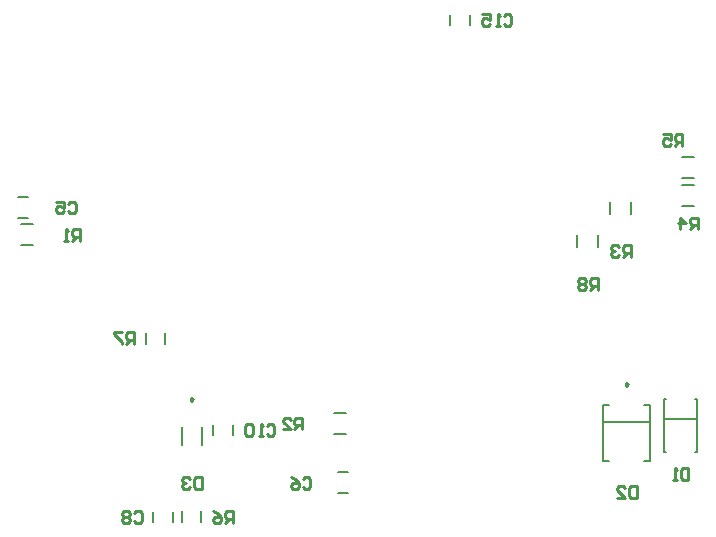
<source format=gbo>
G04*
G04 #@! TF.GenerationSoftware,Altium Limited,Altium Designer,21.3.2 (30)*
G04*
G04 Layer_Color=32896*
%FSLAX25Y25*%
%MOIN*%
G70*
G04*
G04 #@! TF.SameCoordinates,90E1903C-9E0C-4C1D-B8CF-915D6ECFEAAF*
G04*
G04*
G04 #@! TF.FilePolarity,Positive*
G04*
G01*
G75*
%ADD10C,0.00787*%
%ADD11C,0.00984*%
%ADD15C,0.01000*%
D10*
X222055Y130933D02*
Y135067D01*
X228945Y130933D02*
Y135067D01*
X211055Y119933D02*
Y124067D01*
X217945Y119933D02*
Y124067D01*
X168555Y193832D02*
Y197168D01*
X175445Y193832D02*
Y197168D01*
X245933Y133555D02*
X250067D01*
X245933Y140445D02*
X250067D01*
X245933Y143055D02*
X250067D01*
X245933Y149945D02*
X250067D01*
X129823Y57579D02*
X133957D01*
X129823Y64468D02*
X133957D01*
X131403Y37894D02*
X134739D01*
X131403Y44783D02*
X134739D01*
X76445Y28332D02*
Y31668D01*
X69555Y28332D02*
Y31668D01*
X96445Y57332D02*
Y60668D01*
X89555Y57332D02*
Y60668D01*
X73650Y87638D02*
Y91362D01*
X67350Y87638D02*
Y91362D01*
X79350Y28138D02*
Y31862D01*
X85650Y28138D02*
Y31862D01*
X85847Y53988D02*
Y60012D01*
X79154Y53988D02*
Y60012D01*
X25492Y120571D02*
X29626D01*
X25492Y127461D02*
X29626D01*
X24710Y136516D02*
X28046D01*
X24710Y129626D02*
X28046D01*
X220059Y61445D02*
X234941D01*
X219744Y67350D02*
X221575D01*
X233425D02*
X235256D01*
Y48650D02*
Y67350D01*
X219744Y48650D02*
X221575D01*
X233425D02*
X235256D01*
X219744D02*
Y67350D01*
X240382Y62468D02*
X250618D01*
X240008Y69358D02*
X240717D01*
X250284D02*
X250992D01*
Y51642D02*
Y69358D01*
X240008Y51642D02*
X240717D01*
X250284D02*
X250992D01*
X240008D02*
Y69358D01*
D11*
X82992Y69106D02*
X82254Y69533D01*
Y68680D01*
X82992Y69106D01*
X227992Y74142D02*
X227254Y74568D01*
Y73716D01*
X227992Y74142D01*
D15*
X228800Y116600D02*
Y120536D01*
X226832D01*
X226176Y119880D01*
Y118568D01*
X226832Y117912D01*
X228800D01*
X227488D02*
X226176Y116600D01*
X224864Y119880D02*
X224208Y120536D01*
X222896D01*
X222240Y119880D01*
Y119224D01*
X222896Y118568D01*
X223552D01*
X222896D01*
X222240Y117912D01*
Y117256D01*
X222896Y116600D01*
X224208D01*
X224864Y117256D01*
X217800Y105600D02*
Y109536D01*
X215832D01*
X215176Y108880D01*
Y107568D01*
X215832Y106912D01*
X217800D01*
X216488D02*
X215176Y105600D01*
X213864Y108880D02*
X213208Y109536D01*
X211896D01*
X211240Y108880D01*
Y108224D01*
X211896Y107568D01*
X211240Y106912D01*
Y106256D01*
X211896Y105600D01*
X213208D01*
X213864Y106256D01*
Y106912D01*
X213208Y107568D01*
X213864Y108224D01*
Y108880D01*
X213208Y107568D02*
X211896D01*
X186476Y196780D02*
X187132Y197436D01*
X188444D01*
X189100Y196780D01*
Y194156D01*
X188444Y193500D01*
X187132D01*
X186476Y194156D01*
X185164Y193500D02*
X183852D01*
X184508D01*
Y197436D01*
X185164Y196780D01*
X179261Y197436D02*
X181885D01*
Y195468D01*
X180573Y196124D01*
X179917D01*
X179261Y195468D01*
Y194156D01*
X179917Y193500D01*
X181228D01*
X181885Y194156D01*
X63300Y87500D02*
Y91436D01*
X61332D01*
X60676Y90780D01*
Y89468D01*
X61332Y88812D01*
X63300D01*
X61988D02*
X60676Y87500D01*
X59364Y91436D02*
X56740D01*
Y90780D01*
X59364Y88156D01*
Y87500D01*
X96300Y28000D02*
Y31936D01*
X94332D01*
X93676Y31280D01*
Y29968D01*
X94332Y29312D01*
X96300D01*
X94988D02*
X93676Y28000D01*
X89740Y31936D02*
X91052Y31280D01*
X92364Y29968D01*
Y28656D01*
X91708Y28000D01*
X90396D01*
X89740Y28656D01*
Y29312D01*
X90396Y29968D01*
X92364D01*
X246100Y153700D02*
Y157636D01*
X244132D01*
X243476Y156980D01*
Y155668D01*
X244132Y155012D01*
X246100D01*
X244788D02*
X243476Y153700D01*
X239540Y157636D02*
X242164D01*
Y155668D01*
X240852Y156324D01*
X240196D01*
X239540Y155668D01*
Y154356D01*
X240196Y153700D01*
X241508D01*
X242164Y154356D01*
X251300Y125800D02*
Y129736D01*
X249332D01*
X248676Y129080D01*
Y127768D01*
X249332Y127112D01*
X251300D01*
X249988D02*
X248676Y125800D01*
X245396D02*
Y129736D01*
X247364Y127768D01*
X244740D01*
X119400Y59100D02*
Y63036D01*
X117432D01*
X116776Y62380D01*
Y61068D01*
X117432Y60412D01*
X119400D01*
X118088D02*
X116776Y59100D01*
X112840D02*
X115464D01*
X112840Y61724D01*
Y62380D01*
X113496Y63036D01*
X114808D01*
X115464Y62380D01*
X45300Y122000D02*
Y125936D01*
X43332D01*
X42676Y125280D01*
Y123968D01*
X43332Y123312D01*
X45300D01*
X43988D02*
X42676Y122000D01*
X41364D02*
X40052D01*
X40708D01*
Y125936D01*
X41364Y125280D01*
X85800Y43236D02*
Y39300D01*
X83832D01*
X83176Y39956D01*
Y42580D01*
X83832Y43236D01*
X85800D01*
X81864Y42580D02*
X81208Y43236D01*
X79896D01*
X79240Y42580D01*
Y41924D01*
X79896Y41268D01*
X80552D01*
X79896D01*
X79240Y40612D01*
Y39956D01*
X79896Y39300D01*
X81208D01*
X81864Y39956D01*
X230800Y40336D02*
Y36400D01*
X228832D01*
X228176Y37056D01*
Y39680D01*
X228832Y40336D01*
X230800D01*
X224240Y36400D02*
X226864D01*
X224240Y39024D01*
Y39680D01*
X224896Y40336D01*
X226208D01*
X226864Y39680D01*
X248100Y46336D02*
Y42400D01*
X246132D01*
X245476Y43056D01*
Y45680D01*
X246132Y46336D01*
X248100D01*
X244164Y42400D02*
X242852D01*
X243508D01*
Y46336D01*
X244164Y45680D01*
X107476Y60280D02*
X108132Y60936D01*
X109444D01*
X110100Y60280D01*
Y57656D01*
X109444Y57000D01*
X108132D01*
X107476Y57656D01*
X106164Y57000D02*
X104852D01*
X105508D01*
Y60936D01*
X106164Y60280D01*
X102884D02*
X102228Y60936D01*
X100917D01*
X100261Y60280D01*
Y57656D01*
X100917Y57000D01*
X102228D01*
X102884Y57656D01*
Y60280D01*
X63176Y31280D02*
X63832Y31936D01*
X65144D01*
X65800Y31280D01*
Y28656D01*
X65144Y28000D01*
X63832D01*
X63176Y28656D01*
X61864Y31280D02*
X61208Y31936D01*
X59896D01*
X59240Y31280D01*
Y30624D01*
X59896Y29968D01*
X59240Y29312D01*
Y28656D01*
X59896Y28000D01*
X61208D01*
X61864Y28656D01*
Y29312D01*
X61208Y29968D01*
X61864Y30624D01*
Y31280D01*
X61208Y29968D02*
X59896D01*
X119476Y42680D02*
X120132Y43336D01*
X121444D01*
X122100Y42680D01*
Y40056D01*
X121444Y39400D01*
X120132D01*
X119476Y40056D01*
X115540Y43336D02*
X116852Y42680D01*
X118164Y41368D01*
Y40056D01*
X117508Y39400D01*
X116196D01*
X115540Y40056D01*
Y40712D01*
X116196Y41368D01*
X118164D01*
X41276Y134380D02*
X41932Y135036D01*
X43244D01*
X43900Y134380D01*
Y131756D01*
X43244Y131100D01*
X41932D01*
X41276Y131756D01*
X37340Y135036D02*
X39964D01*
Y133068D01*
X38652Y133724D01*
X37996D01*
X37340Y133068D01*
Y131756D01*
X37996Y131100D01*
X39308D01*
X39964Y131756D01*
M02*

</source>
